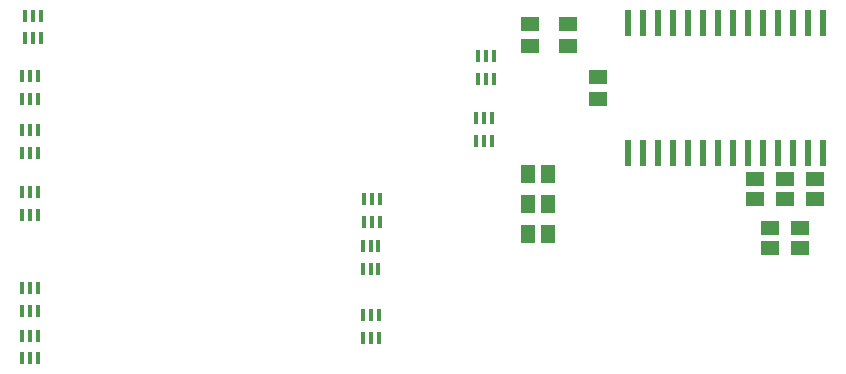
<source format=gbr>
G04 EAGLE Gerber RS-274X export*
G75*
%MOMM*%
%FSLAX34Y34*%
%LPD*%
%INSolderpaste Top*%
%IPPOS*%
%AMOC8*
5,1,8,0,0,1.08239X$1,22.5*%
G01*
%ADD10R,0.600000X2.200000*%
%ADD11R,1.300000X1.500000*%
%ADD12R,1.500000X1.300000*%
%ADD13R,0.355600X1.117600*%


D10*
X552450Y265675D03*
X565150Y265675D03*
X577850Y265675D03*
X590550Y265675D03*
X603250Y265675D03*
X615950Y265675D03*
X628650Y265675D03*
X641350Y265675D03*
X654050Y265675D03*
X666750Y265675D03*
X679450Y265675D03*
X692150Y265675D03*
X704850Y265675D03*
X717550Y265675D03*
X717550Y375675D03*
X704850Y375675D03*
X692150Y375675D03*
X679450Y375675D03*
X666750Y375675D03*
X654050Y375675D03*
X641350Y375675D03*
X628650Y375675D03*
X615950Y375675D03*
X603250Y375675D03*
X590550Y375675D03*
X577850Y375675D03*
X565150Y375675D03*
X552450Y375675D03*
D11*
X467750Y196850D03*
X484750Y196850D03*
X467750Y222250D03*
X484750Y222250D03*
X467750Y247650D03*
X484750Y247650D03*
D12*
X469900Y374625D03*
X469900Y355625D03*
X501650Y374625D03*
X501650Y355625D03*
X527050Y330175D03*
X527050Y311175D03*
D13*
X437479Y295302D03*
X430875Y295302D03*
X424271Y295302D03*
X424271Y275998D03*
X430875Y275998D03*
X437479Y275998D03*
D12*
X711200Y226450D03*
X711200Y243450D03*
X698500Y202175D03*
X698500Y185175D03*
X685800Y226450D03*
X685800Y243450D03*
X673100Y202175D03*
X673100Y185175D03*
D13*
X342529Y226427D03*
X335925Y226427D03*
X329321Y226427D03*
X329321Y207123D03*
X335925Y207123D03*
X342529Y207123D03*
D12*
X660400Y226450D03*
X660400Y243450D03*
D13*
X39971Y213023D03*
X46575Y213023D03*
X53179Y213023D03*
X53179Y232327D03*
X46575Y232327D03*
X39971Y232327D03*
X55679Y381777D03*
X49075Y381777D03*
X42471Y381777D03*
X42471Y362473D03*
X49075Y362473D03*
X55679Y362473D03*
X328121Y167623D03*
X334725Y167623D03*
X341329Y167623D03*
X341329Y186927D03*
X334725Y186927D03*
X328121Y186927D03*
X439304Y347177D03*
X432700Y347177D03*
X426096Y347177D03*
X426096Y327873D03*
X432700Y327873D03*
X439304Y327873D03*
X39971Y131923D03*
X46575Y131923D03*
X53179Y131923D03*
X53179Y151227D03*
X46575Y151227D03*
X39971Y151227D03*
X53179Y330677D03*
X46575Y330677D03*
X39971Y330677D03*
X39971Y311373D03*
X46575Y311373D03*
X53179Y311373D03*
X341879Y127927D03*
X335275Y127927D03*
X328671Y127927D03*
X328671Y108623D03*
X335275Y108623D03*
X341879Y108623D03*
X39821Y91473D03*
X46425Y91473D03*
X53029Y91473D03*
X53029Y110777D03*
X46425Y110777D03*
X39821Y110777D03*
X53179Y285127D03*
X46575Y285127D03*
X39971Y285127D03*
X39971Y265823D03*
X46575Y265823D03*
X53179Y265823D03*
M02*

</source>
